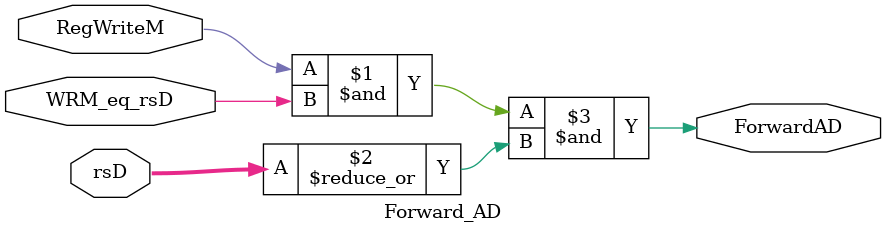
<source format=sv>
module Forward_AD (
    input logic [4:0] rsD,       
    input logic WRM_eq_rsD,      
    input logic RegWriteM,       
    output logic ForwardAD       
);


assign ForwardAD = RegWriteM & WRM_eq_rsD & (|rsD);

endmodule
</source>
